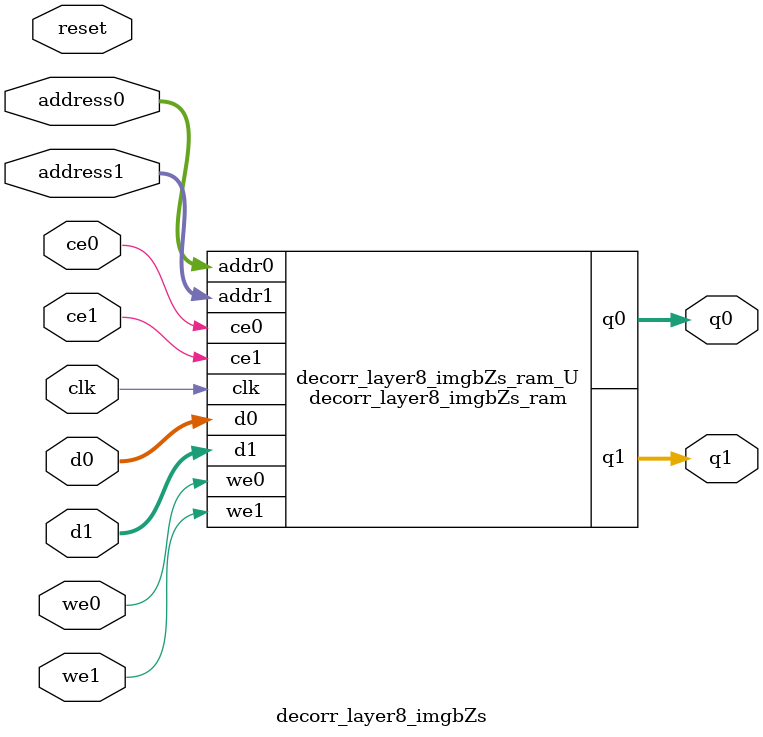
<source format=v>
`timescale 1 ns / 1 ps
module decorr_layer8_imgbZs_ram (addr0, ce0, d0, we0, q0, addr1, ce1, d1, we1, q1,  clk);

parameter DWIDTH = 12;
parameter AWIDTH = 15;
parameter MEM_SIZE = 18480;

input[AWIDTH-1:0] addr0;
input ce0;
input[DWIDTH-1:0] d0;
input we0;
output reg[DWIDTH-1:0] q0;
input[AWIDTH-1:0] addr1;
input ce1;
input[DWIDTH-1:0] d1;
input we1;
output reg[DWIDTH-1:0] q1;
input clk;

(* ram_style = "block" *)reg [DWIDTH-1:0] ram[0:MEM_SIZE-1];




always @(posedge clk)  
begin 
    if (ce0) 
    begin
        if (we0) 
        begin 
            ram[addr0] <= d0; 
        end 
        q0 <= ram[addr0];
    end
end


always @(posedge clk)  
begin 
    if (ce1) 
    begin
        if (we1) 
        begin 
            ram[addr1] <= d1; 
        end 
        q1 <= ram[addr1];
    end
end


endmodule

`timescale 1 ns / 1 ps
module decorr_layer8_imgbZs(
    reset,
    clk,
    address0,
    ce0,
    we0,
    d0,
    q0,
    address1,
    ce1,
    we1,
    d1,
    q1);

parameter DataWidth = 32'd12;
parameter AddressRange = 32'd18480;
parameter AddressWidth = 32'd15;
input reset;
input clk;
input[AddressWidth - 1:0] address0;
input ce0;
input we0;
input[DataWidth - 1:0] d0;
output[DataWidth - 1:0] q0;
input[AddressWidth - 1:0] address1;
input ce1;
input we1;
input[DataWidth - 1:0] d1;
output[DataWidth - 1:0] q1;



decorr_layer8_imgbZs_ram decorr_layer8_imgbZs_ram_U(
    .clk( clk ),
    .addr0( address0 ),
    .ce0( ce0 ),
    .we0( we0 ),
    .d0( d0 ),
    .q0( q0 ),
    .addr1( address1 ),
    .ce1( ce1 ),
    .we1( we1 ),
    .d1( d1 ),
    .q1( q1 ));

endmodule


</source>
